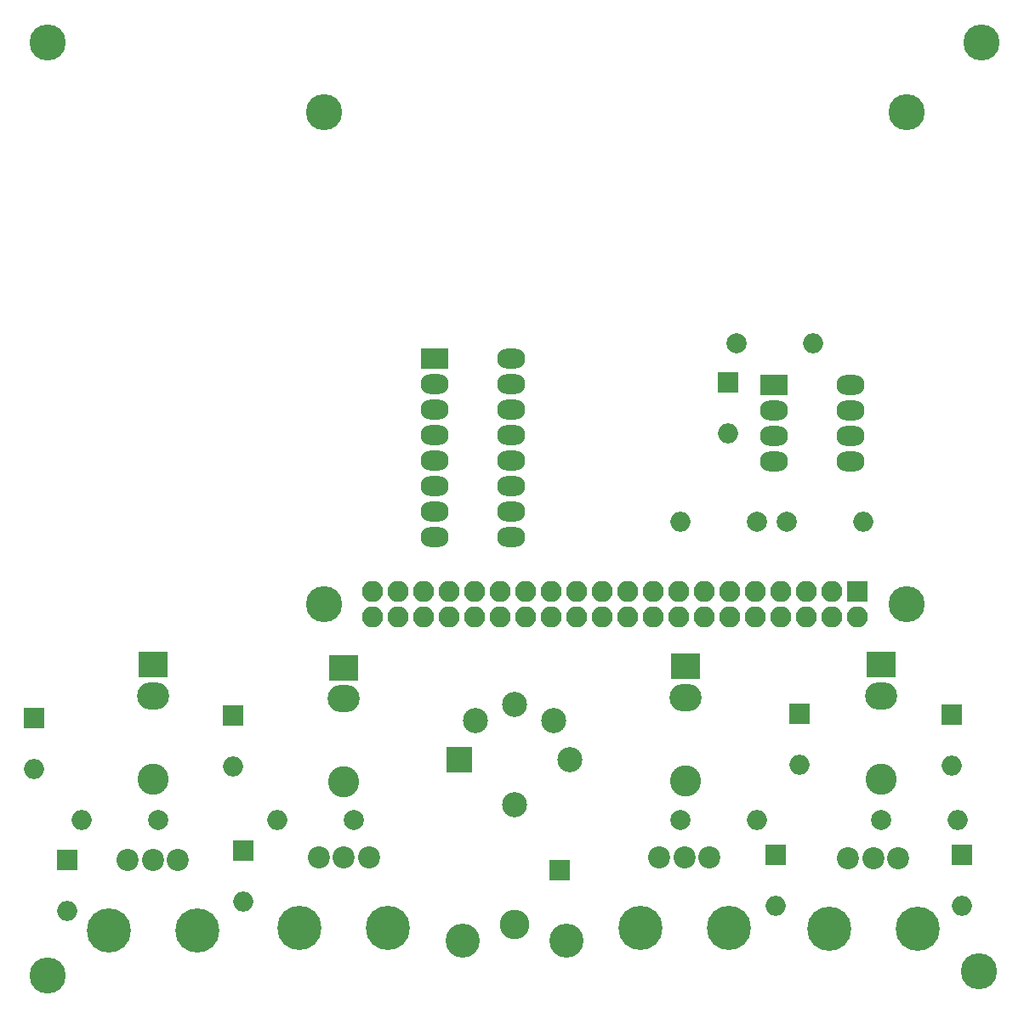
<source format=gbr>
G04 #@! TF.GenerationSoftware,KiCad,Pcbnew,(5.1.4-0-10_14)*
G04 #@! TF.CreationDate,2021-03-27T12:50:17+13:00*
G04 #@! TF.ProjectId,incur_board,696e6375-725f-4626-9f61-72642e6b6963,rev?*
G04 #@! TF.SameCoordinates,Original*
G04 #@! TF.FileFunction,Soldermask,Top*
G04 #@! TF.FilePolarity,Negative*
%FSLAX46Y46*%
G04 Gerber Fmt 4.6, Leading zero omitted, Abs format (unit mm)*
G04 Created by KiCad (PCBNEW (5.1.4-0-10_14)) date 2021-03-27 12:50:17*
%MOMM*%
%LPD*%
G04 APERTURE LIST*
%ADD10R,2.100000X2.100000*%
%ADD11O,2.100000X2.100000*%
%ADD12R,2.000000X2.000000*%
%ADD13O,2.000000X2.000000*%
%ADD14O,3.200000X2.750000*%
%ADD15R,3.000000X2.550000*%
%ADD16C,3.100000*%
%ADD17C,2.500000*%
%ADD18R,2.500000X2.500000*%
%ADD19C,3.400000*%
%ADD20C,2.950000*%
%ADD21C,2.000000*%
%ADD22C,2.200000*%
%ADD23C,4.400000*%
%ADD24R,2.800000X2.000000*%
%ADD25O,2.800000X2.000000*%
%ADD26C,3.600000*%
G04 APERTURE END LIST*
D10*
X154100000Y-98200000D03*
D11*
X154100000Y-100740000D03*
X151560000Y-98200000D03*
X151560000Y-100740000D03*
X149020000Y-98200000D03*
X149020000Y-100740000D03*
X146480000Y-98200000D03*
X146480000Y-100740000D03*
X143940000Y-98200000D03*
X143940000Y-100740000D03*
X141400000Y-98200000D03*
X141400000Y-100740000D03*
X138860000Y-98200000D03*
X138860000Y-100740000D03*
X136320000Y-98200000D03*
X136320000Y-100740000D03*
X133780000Y-98200000D03*
X133780000Y-100740000D03*
X131240000Y-98200000D03*
X131240000Y-100740000D03*
X128700000Y-98200000D03*
X128700000Y-100740000D03*
X126160000Y-98200000D03*
X126160000Y-100740000D03*
X123620000Y-98200000D03*
X123620000Y-100740000D03*
X121080000Y-98200000D03*
X121080000Y-100740000D03*
X118540000Y-98200000D03*
X118540000Y-100740000D03*
X116000000Y-98200000D03*
X116000000Y-100740000D03*
X113460000Y-98200000D03*
X113460000Y-100740000D03*
X110920000Y-98200000D03*
X110920000Y-100740000D03*
X108380000Y-98200000D03*
X108380000Y-100740000D03*
X105840000Y-98200000D03*
X105840000Y-100740000D03*
D12*
X72200000Y-110800000D03*
D13*
X72200000Y-115880000D03*
D12*
X75500000Y-125000000D03*
D13*
X75500000Y-130080000D03*
D12*
X92000000Y-110600000D03*
D13*
X92000000Y-115680000D03*
D12*
X93000000Y-124000000D03*
D13*
X93000000Y-129080000D03*
D12*
X148400000Y-110400000D03*
D13*
X148400000Y-115480000D03*
D12*
X146000000Y-124500000D03*
D13*
X146000000Y-129580000D03*
D12*
X163500000Y-110500000D03*
D13*
X163500000Y-115580000D03*
D12*
X164500000Y-124500000D03*
D13*
X164500000Y-129580000D03*
D12*
X141250000Y-77350000D03*
D13*
X141250000Y-82430000D03*
D14*
X84000000Y-108600000D03*
D15*
X84000000Y-105500000D03*
D16*
X84000000Y-116900000D03*
D14*
X103000000Y-108900000D03*
D15*
X103000000Y-105800000D03*
D16*
X103000000Y-117200000D03*
D14*
X137000000Y-108800000D03*
D15*
X137000000Y-105700000D03*
D16*
X137000000Y-117100000D03*
D17*
X125500000Y-115000000D03*
D18*
X114500000Y-115000000D03*
D17*
X120000000Y-109500000D03*
X120000000Y-119500000D03*
X116110000Y-111110000D03*
X123890000Y-111110000D03*
D10*
X124500000Y-126000000D03*
D19*
X114850000Y-133000000D03*
X125150000Y-133000000D03*
D20*
X120000000Y-131400000D03*
D21*
X84500000Y-121000000D03*
D13*
X76880000Y-121000000D03*
D21*
X104000000Y-121000000D03*
D13*
X96380000Y-121000000D03*
D21*
X136500000Y-121000000D03*
D13*
X144120000Y-121000000D03*
D21*
X156500000Y-121000000D03*
D13*
X164120000Y-121000000D03*
D21*
X144100000Y-91300000D03*
D13*
X136480000Y-91300000D03*
D21*
X142100000Y-73500000D03*
D13*
X149720000Y-73500000D03*
D21*
X147100000Y-91300000D03*
D13*
X154720000Y-91300000D03*
D22*
X86500000Y-125000000D03*
X84000000Y-125000000D03*
X81500000Y-125000000D03*
D23*
X88400000Y-132000000D03*
X79600000Y-132000000D03*
D22*
X105500000Y-124700000D03*
X103000000Y-124700000D03*
X100500000Y-124700000D03*
D23*
X107400000Y-131700000D03*
X98600000Y-131700000D03*
D22*
X139400000Y-124700000D03*
X136900000Y-124700000D03*
X134400000Y-124700000D03*
D23*
X141300000Y-131700000D03*
X132500000Y-131700000D03*
D22*
X158200000Y-124800000D03*
X155700000Y-124800000D03*
X153200000Y-124800000D03*
D23*
X160100000Y-131800000D03*
X151300000Y-131800000D03*
D24*
X112000000Y-75000000D03*
D25*
X119620000Y-92780000D03*
X112000000Y-77540000D03*
X119620000Y-90240000D03*
X112000000Y-80080000D03*
X119620000Y-87700000D03*
X112000000Y-82620000D03*
X119620000Y-85160000D03*
X112000000Y-85160000D03*
X119620000Y-82620000D03*
X112000000Y-87700000D03*
X119620000Y-80080000D03*
X112000000Y-90240000D03*
X119620000Y-77540000D03*
X112000000Y-92780000D03*
X119620000Y-75000000D03*
D24*
X145800000Y-77650000D03*
D25*
X153420000Y-85270000D03*
X145800000Y-80190000D03*
X153420000Y-82730000D03*
X145800000Y-82730000D03*
X153420000Y-80190000D03*
X145800000Y-85270000D03*
X153420000Y-77650000D03*
D26*
X73500000Y-43500000D03*
X166500000Y-43500000D03*
X73500000Y-136500000D03*
X166200000Y-136100000D03*
X101000000Y-50500000D03*
X159000000Y-50500000D03*
X159000000Y-99500000D03*
X101000000Y-99500000D03*
D14*
X156500000Y-108600000D03*
D15*
X156500000Y-105500000D03*
D16*
X156500000Y-116900000D03*
M02*

</source>
